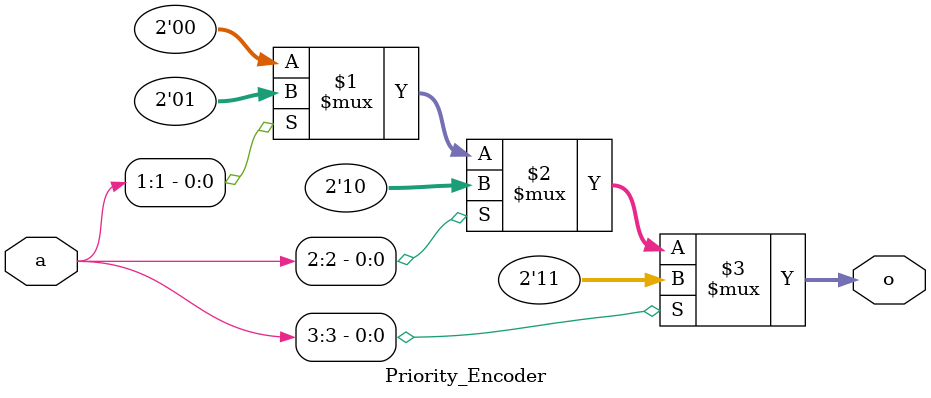
<source format=v>
module Priority_Encoder(a,o);
  input [3:0] a;
  output [1:0] o;

  
  //assign o = (a[3]) ? 2'b11 :         
             //(a[2]) ? 2'b10 :           
             //(a[1]) ? 2'b01 :
             //(a[0]) ? 2'b00 :
             //         2'bxx;
assign o = (a[3])?2'b11:((a[2])?2'b10:((a[1])?2'b01:2'b00));
endmodule

</source>
